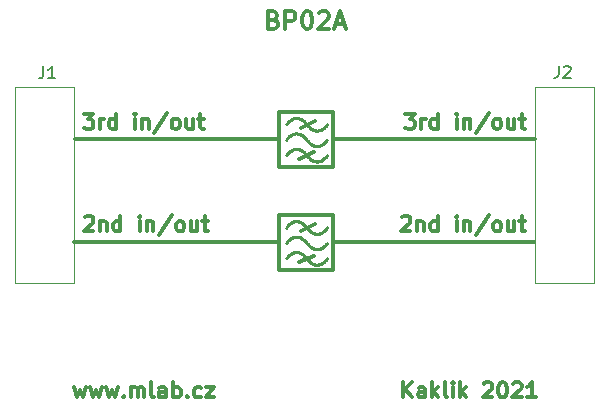
<source format=gbr>
%TF.GenerationSoftware,KiCad,Pcbnew,6.0.11+dfsg-1~bpo11+1*%
%TF.CreationDate,2023-07-05T12:36:45+00:00*%
%TF.ProjectId,BP02,42503032-2e6b-4696-9361-645f70636258,rev?*%
%TF.SameCoordinates,Original*%
%TF.FileFunction,Legend,Top*%
%TF.FilePolarity,Positive*%
%FSLAX46Y46*%
G04 Gerber Fmt 4.6, Leading zero omitted, Abs format (unit mm)*
G04 Created by KiCad (PCBNEW 6.0.11+dfsg-1~bpo11+1) date 2023-07-05 12:36:45*
%MOMM*%
%LPD*%
G01*
G04 APERTURE LIST*
%ADD10C,0.281999*%
%ADD11C,0.028222*%
%ADD12C,0.300000*%
%ADD13C,0.150000*%
%ADD14C,0.120000*%
G04 APERTURE END LIST*
D10*
X31070836Y23586932D02*
X31015176Y23613575D01*
X31126467Y13518662D02*
X31070836Y13540976D01*
D11*
X30658927Y25216600D02*
X30658927Y25216600D01*
D10*
X31403552Y16087875D02*
X31348338Y16088914D01*
X30017243Y24489912D02*
X30072927Y24458916D01*
X29794856Y25878964D02*
X29850365Y25865234D01*
X31513550Y22219200D02*
X31458629Y22211903D01*
D12*
X29909000Y22426000D02*
X31169000Y22976000D01*
D10*
X31293004Y22215047D02*
X31237569Y22224523D01*
X28776927Y22742888D02*
X28827760Y22805772D01*
X31126467Y23564618D02*
X31070836Y23586932D01*
X31945131Y23732579D02*
X31892109Y23692924D01*
X32205091Y15251759D02*
X32153846Y15192684D01*
X30737078Y15074989D02*
X30681625Y15128125D01*
X28930622Y15490843D02*
X28982615Y15542224D01*
X31677196Y22265779D02*
X31622851Y22246163D01*
X31568296Y16109740D02*
X31513550Y16098312D01*
X31070836Y16157688D02*
X31015176Y16184331D01*
X29684120Y17156085D02*
X29739435Y17150840D01*
X30792610Y25072287D02*
X30737078Y25120945D01*
X29247503Y25786329D02*
X29301341Y25814034D01*
X28878998Y22864847D02*
X28930622Y22920087D01*
X29193927Y23137903D02*
X29247503Y23169617D01*
X31568296Y22230628D02*
X31513550Y22219200D01*
X29355426Y15791752D02*
X29409740Y15811368D01*
X30792610Y23763931D02*
X30737078Y23812589D01*
X32255927Y15314644D02*
X32205091Y15251759D01*
D11*
X30658927Y15170644D02*
X30658927Y15170644D01*
D10*
X31015176Y24921931D02*
X30959505Y24952928D01*
X31403552Y14779519D02*
X31348338Y14780558D01*
X31403552Y24825475D02*
X31348338Y24826514D01*
X30626270Y23923363D02*
X30571032Y23985528D01*
X30461735Y15380360D02*
X30516927Y15313644D01*
X32050199Y25132020D02*
X31997833Y25084523D01*
X29247503Y17048729D02*
X29301341Y17076434D01*
X28878998Y16743959D02*
X28930622Y16799199D01*
X30681625Y22557369D02*
X30626270Y22615007D01*
X31293004Y23523403D02*
X31237569Y23532879D01*
X30626270Y22615007D02*
X30571032Y22677172D01*
X29301341Y17076434D02*
X29355426Y17100108D01*
X32205091Y13943403D02*
X32153846Y13884328D01*
X30848204Y16290481D02*
X30792610Y16334687D01*
X29409740Y17119724D02*
X29464264Y17135259D01*
D11*
X30658927Y16479000D02*
X30658927Y16479000D01*
D10*
X31731312Y24906165D02*
X31677196Y24882491D01*
X30626270Y25231719D02*
X30571032Y25293884D01*
X29573876Y25891584D02*
X29628927Y25894725D01*
X30128612Y23115185D02*
X30184279Y23075406D01*
X32102209Y13829088D02*
X32050199Y13777708D01*
X29140633Y15672963D02*
X29193927Y15708659D01*
X31513550Y14789956D02*
X31458629Y14782659D01*
X28776927Y14005288D02*
X28827760Y14068172D01*
X31785182Y24933871D02*
X31731312Y24906165D01*
X29409740Y25857324D02*
X29464264Y25872859D01*
X31348338Y23518158D02*
X31293004Y23523403D01*
X30406420Y25488480D02*
X30461735Y25426316D01*
X29794856Y23262252D02*
X29850365Y23248522D01*
X30295490Y25599254D02*
X30350999Y25546118D01*
X28878998Y25481559D02*
X28930622Y25536799D01*
X29961576Y25824911D02*
X30017243Y25798268D01*
X30903842Y14942347D02*
X30848204Y14982125D01*
X30350999Y16808518D02*
X30406420Y16750880D01*
X29247503Y24477973D02*
X29301341Y24505678D01*
X31513550Y16098312D02*
X31458629Y16091015D01*
X31622851Y24862875D02*
X31568296Y24847340D01*
X32153846Y23930284D02*
X32102209Y23875044D01*
X30295490Y14244942D02*
X30350999Y14191806D01*
X30017243Y23181556D02*
X30072927Y23150560D01*
X30017243Y25798268D02*
X30072927Y25767272D01*
X31458629Y13474303D02*
X31403552Y13471163D01*
X29140633Y25718919D02*
X29193927Y25754615D01*
X29850365Y15819278D02*
X29905944Y15801269D01*
X28827760Y22805772D02*
X28878998Y22864847D01*
X30737078Y25120945D02*
X30681625Y25174081D01*
X31838787Y13611272D02*
X31785182Y13579559D01*
X31458629Y24828615D02*
X31403552Y24825475D01*
X30959505Y16215328D02*
X30903842Y16250703D01*
X28827760Y15376528D02*
X28878998Y15435603D01*
X31126467Y24872974D02*
X31070836Y24895288D01*
X29794856Y15833008D02*
X29850365Y15819278D01*
X30571032Y16556284D02*
X30515927Y16623000D01*
X30626270Y13877407D02*
X30571032Y13939572D01*
X31677196Y24882491D02*
X31622851Y24862875D01*
X31126467Y22256262D02*
X31070836Y22278576D01*
X30184279Y23075406D02*
X30239911Y23031201D01*
X29034960Y23018964D02*
X29087638Y23062552D01*
X31677196Y16144891D02*
X31622851Y16125275D01*
X31070836Y13540976D02*
X31015176Y13567619D01*
X28982615Y22971468D02*
X29034960Y23018964D01*
X30072927Y17029672D02*
X30128612Y16994297D01*
X30737078Y16383345D02*
X30681625Y16436481D01*
X28878998Y15435603D02*
X28930622Y15490843D01*
X30239911Y24339557D02*
X30295490Y24290898D01*
X31568296Y14801384D02*
X31513550Y14789956D01*
X28982615Y14233868D02*
X29034960Y14281364D01*
X29034960Y25635676D02*
X29087638Y25679264D01*
X29247503Y23169617D02*
X29301341Y23197322D01*
D11*
X30658927Y23908244D02*
X30658927Y23908244D01*
D10*
X29140633Y14364607D02*
X29193927Y14400303D01*
X32102209Y16445800D02*
X32050199Y16394420D01*
X28827760Y16684884D02*
X28878998Y16743959D01*
X29905944Y17109625D02*
X29961576Y17087311D01*
X29140633Y16981319D02*
X29193927Y17017015D01*
X30184279Y14337806D02*
X30239911Y14293601D01*
X31892109Y25001280D02*
X31838787Y24965584D01*
X29087638Y16941664D02*
X29140633Y16981319D01*
X29355426Y23220996D02*
X29409740Y23240612D01*
X32102209Y25183400D02*
X32050199Y25132020D01*
X29628927Y23278013D02*
X29684120Y23276973D01*
X31997833Y23776167D02*
X31945131Y23732579D01*
X31892109Y23692924D02*
X31838787Y23657228D01*
X30350999Y22929406D02*
X30406420Y22871768D01*
X32153846Y22621928D02*
X32102209Y22566688D01*
X30681625Y13819769D02*
X30626270Y13877407D01*
X31182050Y14809009D02*
X31126467Y14827018D01*
X29034960Y14281364D02*
X29087638Y14324952D01*
X30903842Y13633991D02*
X30848204Y13673769D01*
X31997833Y16346923D02*
X31945131Y16303335D01*
X31945131Y13686623D02*
X31892109Y13646968D01*
D11*
X30658927Y22599888D02*
X30658927Y22599888D01*
D10*
X30128612Y25731897D02*
X30184279Y25692118D01*
X31731312Y13551853D02*
X31677196Y13528179D01*
X28776927Y16622000D02*
X28827760Y16684884D01*
X29464264Y15826903D02*
X29518982Y15838331D01*
X30461735Y24117960D02*
X30516927Y24051244D01*
X30017243Y14443956D02*
X30072927Y14412960D01*
X31785182Y14887915D02*
X31731312Y14860209D01*
X29961576Y23208199D02*
X30017243Y23181556D01*
X32153846Y15192684D02*
X32102209Y15137444D01*
X28878998Y14127247D02*
X28930622Y14182487D01*
X28776927Y25359600D02*
X28827760Y25422484D01*
X29140633Y23102207D02*
X29193927Y23137903D01*
X30626270Y16494119D02*
X30571032Y16556284D01*
X30737078Y23812589D02*
X30681625Y23865725D01*
X31838787Y14919628D02*
X31785182Y14887915D01*
X30128612Y24423541D02*
X30184279Y24383762D01*
X30350999Y14191806D02*
X30406420Y14134168D01*
X29573876Y23274872D02*
X29628927Y23278013D01*
X29628927Y24586369D02*
X29684120Y24585329D01*
X31513550Y23527556D02*
X31458629Y23520259D01*
X29193927Y15708659D02*
X29247503Y15740373D01*
X29518982Y14529975D02*
X29573876Y14537272D01*
X30792610Y13717975D02*
X30737078Y13766633D01*
X30350999Y24237762D02*
X30406420Y24180124D01*
X31568296Y13493028D02*
X31513550Y13481600D01*
X31731312Y14860209D02*
X31677196Y14836535D01*
X31293004Y13477447D02*
X31237569Y13486923D01*
X31070836Y14849332D02*
X31015176Y14875975D01*
X30072927Y15721316D02*
X30128612Y15685941D01*
X31348338Y24826514D02*
X31293004Y24831759D01*
X32153846Y13884328D02*
X32102209Y13829088D01*
D12*
X28168600Y15367000D02*
X10820400Y15367000D01*
D10*
X31568296Y24847340D02*
X31513550Y24835912D01*
X30128612Y15685941D02*
X30184279Y15646162D01*
X31622851Y14816919D02*
X31568296Y14801384D01*
X29850365Y24556878D02*
X29905944Y24538869D01*
X31237569Y24841235D02*
X31182050Y24854965D01*
X29850365Y25865234D02*
X29905944Y25847225D01*
X29573876Y14537272D02*
X29628927Y14540413D01*
X28878998Y24173203D02*
X28930622Y24228443D01*
X29628927Y14540413D02*
X29684120Y14539373D01*
X30406420Y16750880D02*
X30461735Y16688716D01*
X29140633Y24410563D02*
X29193927Y24446259D01*
X31403552Y22208763D02*
X31348338Y22209802D01*
X29628927Y15848769D02*
X29684120Y15847729D01*
X28982615Y24279824D02*
X29034960Y24327320D01*
X29961576Y15778955D02*
X30017243Y15752312D01*
X29518982Y17146687D02*
X29573876Y17153984D01*
X31403552Y23517119D02*
X31348338Y23518158D01*
X29193927Y14400303D02*
X29247503Y14432017D01*
X30184279Y24383762D02*
X30239911Y24339557D01*
X29794856Y14524652D02*
X29850365Y14510922D01*
X29464264Y23256147D02*
X29518982Y23267575D01*
X31622851Y16125275D02*
X31568296Y16109740D01*
X30239911Y23031201D02*
X30295490Y22982542D01*
X29684120Y14539373D02*
X29739435Y14534128D01*
X29301341Y14459722D02*
X29355426Y14483396D01*
X29301341Y15768078D02*
X29355426Y15791752D01*
X30406420Y14134168D02*
X30461735Y14072004D01*
X31997833Y25084523D02*
X31945131Y25040935D01*
X29087638Y24370908D02*
X29140633Y24410563D01*
X30681625Y16436481D02*
X30626270Y16494119D01*
X30295490Y22982542D02*
X30350999Y22929406D01*
X31182050Y13500653D02*
X31126467Y13518662D01*
X31458629Y23520259D02*
X31403552Y23517119D01*
X30128612Y16994297D02*
X30184279Y16954518D01*
X30017243Y15752312D02*
X30072927Y15721316D01*
X31293004Y16094159D02*
X31237569Y16103635D01*
X29193927Y17017015D02*
X29247503Y17048729D01*
X29355426Y24529352D02*
X29409740Y24548968D01*
X32153846Y16501040D02*
X32102209Y16445800D01*
X32205091Y23989359D02*
X32153846Y23930284D01*
X30848204Y22411369D02*
X30792610Y22455575D01*
X31622851Y22246163D02*
X31568296Y22230628D01*
D12*
X32791400Y15367000D02*
X49809400Y15367000D01*
D10*
X32050199Y15086064D02*
X31997833Y15038567D01*
X31015176Y23613575D02*
X30959505Y23644572D01*
X31838787Y16227984D02*
X31785182Y16196271D01*
X28930622Y22920087D02*
X28982615Y22971468D01*
X31513550Y24835912D02*
X31458629Y24828615D01*
X30239911Y25647913D02*
X30295490Y25599254D01*
D12*
X29909000Y13688400D02*
X31169000Y14238400D01*
D10*
X28982615Y15542224D02*
X29034960Y15589720D01*
X29518982Y25884287D02*
X29573876Y25891584D01*
X30959505Y23644572D02*
X30903842Y23679947D01*
X29961576Y17087311D02*
X30017243Y17060668D01*
X31731312Y22289453D02*
X31677196Y22265779D01*
X30571032Y15247928D02*
X30515927Y15314644D01*
X29301341Y25814034D02*
X29355426Y25837708D01*
X30406420Y15442524D02*
X30461735Y15380360D01*
X28776927Y24051244D02*
X28827760Y24114128D01*
X30295490Y15553298D02*
X30350999Y15500162D01*
X29905944Y23230513D02*
X29961576Y23208199D01*
X30184279Y16954518D02*
X30239911Y16910313D01*
X31677196Y14836535D02*
X31622851Y14816919D01*
X29905944Y15801269D02*
X29961576Y15778955D01*
X30903842Y16250703D02*
X30848204Y16290481D01*
X29628927Y25894725D02*
X29684120Y25893685D01*
X29739435Y24580084D02*
X29794856Y24570608D01*
X29905944Y14492913D02*
X29961576Y14470599D01*
X30461735Y14072004D02*
X30516927Y14005288D01*
X29409740Y14503012D02*
X29464264Y14518547D01*
X31892109Y16263680D02*
X31838787Y16227984D01*
X31997833Y13730211D02*
X31945131Y13686623D01*
X29794856Y24570608D02*
X29850365Y24556878D01*
X28827760Y25422484D02*
X28878998Y25481559D01*
X31237569Y16103635D02*
X31182050Y16117365D01*
X29684120Y24585329D02*
X29739435Y24580084D01*
X30681625Y23865725D02*
X30626270Y23923363D01*
X29850365Y14510922D02*
X29905944Y14492913D01*
X30295490Y16861654D02*
X30350999Y16808518D01*
X32205091Y22681003D02*
X32153846Y22621928D01*
X31838787Y24965584D02*
X31785182Y24933871D01*
X31348338Y13472202D02*
X31293004Y13477447D01*
X29087638Y14324952D02*
X29140633Y14364607D01*
X30128612Y14377585D02*
X30184279Y14337806D01*
X31070836Y22278576D02*
X31015176Y22305219D01*
X31182050Y23546609D02*
X31126467Y23564618D01*
X29464264Y17135259D02*
X29518982Y17146687D01*
X32050199Y23823664D02*
X31997833Y23776167D01*
X31015176Y16184331D02*
X30959505Y16215328D01*
D12*
X28168600Y24104600D02*
X10871200Y24104600D01*
D10*
X28982615Y25588180D02*
X29034960Y25635676D01*
X31731312Y23597809D02*
X31677196Y23574135D01*
X30571032Y23985528D02*
X30515927Y24052244D01*
X30848204Y23719725D02*
X30792610Y23763931D01*
X30350999Y25546118D02*
X30406420Y25488480D01*
X32050199Y13777708D02*
X31997833Y13730211D01*
X30848204Y25028081D02*
X30792610Y25072287D01*
X29087638Y23062552D02*
X29140633Y23102207D01*
X29464264Y24564503D02*
X29518982Y24575931D01*
X29409740Y24548968D02*
X29464264Y24564503D01*
X29739435Y25888440D02*
X29794856Y25878964D01*
X31015176Y14875975D02*
X30959505Y14906972D01*
X30239911Y16910313D02*
X30295490Y16861654D01*
X32255927Y14006288D02*
X32205091Y13943403D01*
X29573876Y24583228D02*
X29628927Y24586369D01*
X29684120Y23276973D02*
X29739435Y23271728D01*
X29355426Y14483396D02*
X29409740Y14503012D01*
X29794856Y17141364D02*
X29850365Y17127634D01*
X31785182Y13579559D02*
X31731312Y13551853D01*
X29850365Y17127634D02*
X29905944Y17109625D01*
X30792610Y15026331D02*
X30737078Y15074989D01*
X30848204Y14982125D02*
X30792610Y15026331D01*
X31997833Y15038567D02*
X31945131Y14994979D01*
X30184279Y25692118D02*
X30239911Y25647913D01*
X29193927Y25754615D02*
X29247503Y25786329D01*
X30406420Y24180124D02*
X30461735Y24117960D01*
X32255927Y24052244D02*
X32205091Y23989359D01*
X31622851Y13508563D02*
X31568296Y13493028D01*
X29247503Y14432017D02*
X29301341Y14459722D01*
X28982615Y16850580D02*
X29034960Y16898076D01*
X29961576Y14470599D02*
X30017243Y14443956D01*
X32050199Y16394420D02*
X31997833Y16346923D01*
X29518982Y15838331D02*
X29573876Y15845628D01*
X31348338Y16088914D02*
X31293004Y16094159D01*
X31677196Y13528179D02*
X31622851Y13508563D01*
X32102209Y22566688D02*
X32050199Y22515308D01*
X30072927Y14412960D02*
X30128612Y14377585D01*
X30239911Y15601957D02*
X30295490Y15553298D01*
D12*
X28168600Y26441400D02*
X32791400Y26441400D01*
X32791400Y26441400D02*
X32791400Y21767800D01*
X32791400Y21767800D02*
X28168600Y21767800D01*
X28168600Y21767800D02*
X28168600Y26441400D01*
D10*
X32153846Y25238640D02*
X32102209Y25183400D01*
X30903842Y23679947D02*
X30848204Y23719725D01*
X31892109Y14955324D02*
X31838787Y14919628D01*
X29628927Y17157125D02*
X29684120Y17156085D01*
X32205091Y25297715D02*
X32153846Y25238640D01*
X30737078Y13766633D02*
X30681625Y13819769D01*
X30072927Y25767272D02*
X30128612Y25731897D01*
X29573876Y15845628D02*
X29628927Y15848769D01*
X29739435Y15842484D02*
X29794856Y15833008D01*
X31785182Y23625515D02*
X31731312Y23597809D01*
X29518982Y23267575D02*
X29573876Y23274872D01*
X29087638Y25679264D02*
X29140633Y25718919D01*
X30681625Y25174081D02*
X30626270Y25231719D01*
X30072927Y23150560D02*
X30128612Y23115185D01*
X29905944Y25847225D02*
X29961576Y25824911D01*
X31182050Y24854965D02*
X31126467Y24872974D01*
X31015176Y22305219D02*
X30959505Y22336216D01*
X31126467Y16135374D02*
X31070836Y16157688D01*
X31945131Y16303335D02*
X31892109Y16263680D01*
X29301341Y23197322D02*
X29355426Y23220996D01*
X29464264Y14518547D02*
X29518982Y14529975D01*
X32050199Y22515308D02*
X31997833Y22467811D01*
X31237569Y13486923D02*
X31182050Y13500653D01*
X32255927Y22743888D02*
X32205091Y22681003D01*
X29247503Y15740373D02*
X29301341Y15768078D01*
X29034960Y24327320D02*
X29087638Y24370908D01*
X30406420Y22871768D02*
X30461735Y22809604D01*
X31892109Y13646968D02*
X31838787Y13611272D01*
X29739435Y17150840D02*
X29794856Y17141364D01*
X30461735Y25426316D02*
X30516927Y25359600D01*
X31458629Y22211903D02*
X31403552Y22208763D01*
X31237569Y23532879D02*
X31182050Y23546609D01*
X29464264Y25872859D02*
X29518982Y25884287D01*
X30959505Y22336216D02*
X30903842Y22371591D01*
X30681625Y15128125D02*
X30626270Y15185763D01*
X29739435Y23271728D02*
X29794856Y23262252D01*
X31513550Y13481600D02*
X31458629Y13474303D01*
D12*
X30010600Y16330000D02*
X31270600Y16880000D01*
D10*
X30626270Y15185763D02*
X30571032Y15247928D01*
X30295490Y24290898D02*
X30350999Y24237762D01*
X28930622Y16799199D02*
X28982615Y16850580D01*
X31348338Y22209802D02*
X31293004Y22215047D01*
X29409740Y15811368D02*
X29464264Y15826903D01*
X29961576Y24516555D02*
X30017243Y24489912D01*
X30350999Y15500162D02*
X30406420Y15442524D01*
X31293004Y24831759D02*
X31237569Y24841235D01*
X31785182Y16196271D02*
X31731312Y16168565D01*
X29573876Y17153984D02*
X29628927Y17157125D01*
X29850365Y23248522D02*
X29905944Y23230513D01*
X30959505Y14906972D02*
X30903842Y14942347D01*
X30903842Y24988303D02*
X30848204Y25028081D01*
X31458629Y14782659D02*
X31403552Y14779519D01*
X31458629Y16091015D02*
X31403552Y16087875D01*
X31348338Y14780558D02*
X31293004Y14785803D01*
X32205091Y16560115D02*
X32153846Y16501040D01*
X31070836Y24895288D02*
X31015176Y24921931D01*
X29087638Y15633308D02*
X29140633Y15672963D01*
X30848204Y13673769D02*
X30792610Y13717975D01*
X29355426Y17100108D02*
X29409740Y17119724D01*
X31126467Y14827018D02*
X31070836Y14849332D01*
X28776927Y15313644D02*
X28827760Y15376528D01*
D11*
X30658927Y13862288D02*
X30658927Y13862288D01*
D10*
X28827760Y24114128D02*
X28878998Y24173203D01*
X31182050Y16117365D02*
X31126467Y16135374D01*
X30239911Y14293601D02*
X30295490Y14244942D01*
X28930622Y14182487D02*
X28982615Y14233868D01*
X31838787Y22348872D02*
X31785182Y22317159D01*
X31293004Y14785803D02*
X31237569Y14795279D01*
X31997833Y22467811D02*
X31945131Y22424223D01*
X30017243Y17060668D02*
X30072927Y17029672D01*
X29034960Y16898076D02*
X29087638Y16941664D01*
X32102209Y23875044D02*
X32050199Y23823664D01*
X30903842Y22371591D02*
X30848204Y22411369D01*
X30072927Y24458916D02*
X30128612Y24423541D01*
X29193927Y24446259D02*
X29247503Y24477973D01*
X32255927Y16623000D02*
X32205091Y16560115D01*
X31237569Y22224523D02*
X31182050Y22238253D01*
X28930622Y25536799D02*
X28982615Y25588180D01*
X31838787Y23657228D02*
X31785182Y23625515D01*
X31892109Y22384568D02*
X31838787Y22348872D01*
X29684120Y25893685D02*
X29739435Y25888440D01*
X29684120Y15847729D02*
X29739435Y15842484D01*
X30792610Y22455575D02*
X30737078Y22504233D01*
X31945131Y22424223D02*
X31892109Y22384568D01*
X29905944Y24538869D02*
X29961576Y24516555D01*
X31182050Y22238253D02*
X31126467Y22256262D01*
X31945131Y14994979D02*
X31892109Y14955324D01*
X32102209Y15137444D02*
X32050199Y15086064D01*
X31945131Y25040935D02*
X31892109Y25001280D01*
D12*
X28168600Y17703800D02*
X32791400Y17703800D01*
X32791400Y17703800D02*
X32791400Y13030200D01*
X32791400Y13030200D02*
X28168600Y13030200D01*
X28168600Y13030200D02*
X28168600Y17703800D01*
D10*
X29301341Y24505678D02*
X29355426Y24529352D01*
D13*
X10820400Y15367000D02*
X10845800Y15367000D01*
D10*
X31731312Y16168565D02*
X31677196Y16144891D01*
X31785182Y22317159D02*
X31731312Y22289453D01*
X31568296Y23538984D02*
X31513550Y23527556D01*
X30959505Y13598616D02*
X30903842Y13633991D01*
X29409740Y23240612D02*
X29464264Y23256147D01*
X30461735Y16688716D02*
X30516927Y16622000D01*
X30184279Y15646162D02*
X30239911Y15601957D01*
X30571032Y22677172D02*
X30515927Y22743888D01*
X30571032Y25293884D02*
X30515927Y25360600D01*
X30461735Y22809604D02*
X30516927Y22742888D01*
X29739435Y14534128D02*
X29794856Y14524652D01*
X32255927Y25360600D02*
X32205091Y25297715D01*
X30737078Y22504233D02*
X30681625Y22557369D01*
X28827760Y14068172D02*
X28878998Y14127247D01*
D12*
X32791400Y24104600D02*
X49834800Y24104600D01*
D10*
X28930622Y24228443D02*
X28982615Y24279824D01*
X31622851Y23554519D02*
X31568296Y23538984D01*
D12*
X30010600Y25067600D02*
X31270600Y25617600D01*
D10*
X29034960Y15589720D02*
X29087638Y15633308D01*
X29355426Y25837708D02*
X29409740Y25857324D01*
X29518982Y24575931D02*
X29573876Y24583228D01*
X31015176Y13567619D02*
X30959505Y13598616D01*
X30571032Y13939572D02*
X30515927Y14006288D01*
X30792610Y16334687D02*
X30737078Y16383345D01*
X30959505Y24952928D02*
X30903842Y24988303D01*
X31677196Y23574135D02*
X31622851Y23554519D01*
X31403552Y13471163D02*
X31348338Y13472202D01*
X31237569Y14795279D02*
X31182050Y14809009D01*
D12*
X38879275Y26264304D02*
X39684037Y26264304D01*
X39250704Y25769066D01*
X39436418Y25769066D01*
X39560228Y25707161D01*
X39622133Y25645257D01*
X39684037Y25521447D01*
X39684037Y25211923D01*
X39622133Y25088114D01*
X39560228Y25026209D01*
X39436418Y24964304D01*
X39064990Y24964304D01*
X38941180Y25026209D01*
X38879275Y25088114D01*
X40241180Y24964304D02*
X40241180Y25830971D01*
X40241180Y25583352D02*
X40303085Y25707161D01*
X40364990Y25769066D01*
X40488799Y25830971D01*
X40612609Y25830971D01*
X41603085Y24964304D02*
X41603085Y26264304D01*
X41603085Y25026209D02*
X41479275Y24964304D01*
X41231656Y24964304D01*
X41107847Y25026209D01*
X41045942Y25088114D01*
X40984037Y25211923D01*
X40984037Y25583352D01*
X41045942Y25707161D01*
X41107847Y25769066D01*
X41231656Y25830971D01*
X41479275Y25830971D01*
X41603085Y25769066D01*
X43212609Y24964304D02*
X43212609Y25830971D01*
X43212609Y26264304D02*
X43150704Y26202400D01*
X43212609Y26140495D01*
X43274514Y26202400D01*
X43212609Y26264304D01*
X43212609Y26140495D01*
X43831656Y25830971D02*
X43831656Y24964304D01*
X43831656Y25707161D02*
X43893561Y25769066D01*
X44017371Y25830971D01*
X44203085Y25830971D01*
X44326894Y25769066D01*
X44388799Y25645257D01*
X44388799Y24964304D01*
X45936418Y26326209D02*
X44822133Y24654780D01*
X46555466Y24964304D02*
X46431656Y25026209D01*
X46369752Y25088114D01*
X46307847Y25211923D01*
X46307847Y25583352D01*
X46369752Y25707161D01*
X46431656Y25769066D01*
X46555466Y25830971D01*
X46741180Y25830971D01*
X46864990Y25769066D01*
X46926894Y25707161D01*
X46988799Y25583352D01*
X46988799Y25211923D01*
X46926894Y25088114D01*
X46864990Y25026209D01*
X46741180Y24964304D01*
X46555466Y24964304D01*
X48103085Y25830971D02*
X48103085Y24964304D01*
X47545942Y25830971D02*
X47545942Y25150019D01*
X47607847Y25026209D01*
X47731656Y24964304D01*
X47917371Y24964304D01*
X48041180Y25026209D01*
X48103085Y25088114D01*
X48536418Y25830971D02*
X49031656Y25830971D01*
X48722133Y26264304D02*
X48722133Y25150019D01*
X48784037Y25026209D01*
X48907847Y24964304D01*
X49031656Y24964304D01*
X11667961Y26264304D02*
X12472723Y26264304D01*
X12039390Y25769066D01*
X12225104Y25769066D01*
X12348914Y25707161D01*
X12410819Y25645257D01*
X12472723Y25521447D01*
X12472723Y25211923D01*
X12410819Y25088114D01*
X12348914Y25026209D01*
X12225104Y24964304D01*
X11853676Y24964304D01*
X11729866Y25026209D01*
X11667961Y25088114D01*
X13029866Y24964304D02*
X13029866Y25830971D01*
X13029866Y25583352D02*
X13091771Y25707161D01*
X13153676Y25769066D01*
X13277485Y25830971D01*
X13401295Y25830971D01*
X14391771Y24964304D02*
X14391771Y26264304D01*
X14391771Y25026209D02*
X14267961Y24964304D01*
X14020342Y24964304D01*
X13896533Y25026209D01*
X13834628Y25088114D01*
X13772723Y25211923D01*
X13772723Y25583352D01*
X13834628Y25707161D01*
X13896533Y25769066D01*
X14020342Y25830971D01*
X14267961Y25830971D01*
X14391771Y25769066D01*
X16001295Y24964304D02*
X16001295Y25830971D01*
X16001295Y26264304D02*
X15939390Y26202400D01*
X16001295Y26140495D01*
X16063200Y26202400D01*
X16001295Y26264304D01*
X16001295Y26140495D01*
X16620342Y25830971D02*
X16620342Y24964304D01*
X16620342Y25707161D02*
X16682247Y25769066D01*
X16806057Y25830971D01*
X16991771Y25830971D01*
X17115580Y25769066D01*
X17177485Y25645257D01*
X17177485Y24964304D01*
X18725104Y26326209D02*
X17610819Y24654780D01*
X19344152Y24964304D02*
X19220342Y25026209D01*
X19158438Y25088114D01*
X19096533Y25211923D01*
X19096533Y25583352D01*
X19158438Y25707161D01*
X19220342Y25769066D01*
X19344152Y25830971D01*
X19529866Y25830971D01*
X19653676Y25769066D01*
X19715580Y25707161D01*
X19777485Y25583352D01*
X19777485Y25211923D01*
X19715580Y25088114D01*
X19653676Y25026209D01*
X19529866Y24964304D01*
X19344152Y24964304D01*
X20891771Y25830971D02*
X20891771Y24964304D01*
X20334628Y25830971D02*
X20334628Y25150019D01*
X20396533Y25026209D01*
X20520342Y24964304D01*
X20706057Y24964304D01*
X20829866Y25026209D01*
X20891771Y25088114D01*
X21325104Y25830971D02*
X21820342Y25830971D01*
X21510819Y26264304D02*
X21510819Y25150019D01*
X21572723Y25026209D01*
X21696533Y24964304D01*
X21820342Y24964304D01*
X38569752Y17479095D02*
X38631657Y17541000D01*
X38755466Y17602904D01*
X39064990Y17602904D01*
X39188800Y17541000D01*
X39250704Y17479095D01*
X39312609Y17355285D01*
X39312609Y17231476D01*
X39250704Y17045761D01*
X38507847Y16302904D01*
X39312609Y16302904D01*
X39869752Y17169571D02*
X39869752Y16302904D01*
X39869752Y17045761D02*
X39931657Y17107666D01*
X40055466Y17169571D01*
X40241180Y17169571D01*
X40364990Y17107666D01*
X40426895Y16983857D01*
X40426895Y16302904D01*
X41603085Y16302904D02*
X41603085Y17602904D01*
X41603085Y16364809D02*
X41479276Y16302904D01*
X41231657Y16302904D01*
X41107847Y16364809D01*
X41045942Y16426714D01*
X40984038Y16550523D01*
X40984038Y16921952D01*
X41045942Y17045761D01*
X41107847Y17107666D01*
X41231657Y17169571D01*
X41479276Y17169571D01*
X41603085Y17107666D01*
X43212609Y16302904D02*
X43212609Y17169571D01*
X43212609Y17602904D02*
X43150704Y17541000D01*
X43212609Y17479095D01*
X43274514Y17541000D01*
X43212609Y17602904D01*
X43212609Y17479095D01*
X43831657Y17169571D02*
X43831657Y16302904D01*
X43831657Y17045761D02*
X43893561Y17107666D01*
X44017371Y17169571D01*
X44203085Y17169571D01*
X44326895Y17107666D01*
X44388800Y16983857D01*
X44388800Y16302904D01*
X45936419Y17664809D02*
X44822133Y15993380D01*
X46555466Y16302904D02*
X46431657Y16364809D01*
X46369752Y16426714D01*
X46307847Y16550523D01*
X46307847Y16921952D01*
X46369752Y17045761D01*
X46431657Y17107666D01*
X46555466Y17169571D01*
X46741180Y17169571D01*
X46864990Y17107666D01*
X46926895Y17045761D01*
X46988800Y16921952D01*
X46988800Y16550523D01*
X46926895Y16426714D01*
X46864990Y16364809D01*
X46741180Y16302904D01*
X46555466Y16302904D01*
X48103085Y17169571D02*
X48103085Y16302904D01*
X47545942Y17169571D02*
X47545942Y16488619D01*
X47607847Y16364809D01*
X47731657Y16302904D01*
X47917371Y16302904D01*
X48041180Y16364809D01*
X48103085Y16426714D01*
X48536419Y17169571D02*
X49031657Y17169571D01*
X48722133Y17602904D02*
X48722133Y16488619D01*
X48784038Y16364809D01*
X48907847Y16302904D01*
X49031657Y16302904D01*
X11729866Y17479095D02*
X11791771Y17541000D01*
X11915580Y17602904D01*
X12225104Y17602904D01*
X12348913Y17541000D01*
X12410818Y17479095D01*
X12472723Y17355285D01*
X12472723Y17231476D01*
X12410818Y17045761D01*
X11667961Y16302904D01*
X12472723Y16302904D01*
X13029866Y17169571D02*
X13029866Y16302904D01*
X13029866Y17045761D02*
X13091771Y17107666D01*
X13215580Y17169571D01*
X13401294Y17169571D01*
X13525104Y17107666D01*
X13587009Y16983857D01*
X13587009Y16302904D01*
X14763199Y16302904D02*
X14763199Y17602904D01*
X14763199Y16364809D02*
X14639390Y16302904D01*
X14391771Y16302904D01*
X14267961Y16364809D01*
X14206056Y16426714D01*
X14144152Y16550523D01*
X14144152Y16921952D01*
X14206056Y17045761D01*
X14267961Y17107666D01*
X14391771Y17169571D01*
X14639390Y17169571D01*
X14763199Y17107666D01*
X16372723Y16302904D02*
X16372723Y17169571D01*
X16372723Y17602904D02*
X16310818Y17541000D01*
X16372723Y17479095D01*
X16434628Y17541000D01*
X16372723Y17602904D01*
X16372723Y17479095D01*
X16991771Y17169571D02*
X16991771Y16302904D01*
X16991771Y17045761D02*
X17053675Y17107666D01*
X17177485Y17169571D01*
X17363199Y17169571D01*
X17487009Y17107666D01*
X17548914Y16983857D01*
X17548914Y16302904D01*
X19096533Y17664809D02*
X17982247Y15993380D01*
X19715580Y16302904D02*
X19591771Y16364809D01*
X19529866Y16426714D01*
X19467961Y16550523D01*
X19467961Y16921952D01*
X19529866Y17045761D01*
X19591771Y17107666D01*
X19715580Y17169571D01*
X19901294Y17169571D01*
X20025104Y17107666D01*
X20087009Y17045761D01*
X20148914Y16921952D01*
X20148914Y16550523D01*
X20087009Y16426714D01*
X20025104Y16364809D01*
X19901294Y16302904D01*
X19715580Y16302904D01*
X21263199Y17169571D02*
X21263199Y16302904D01*
X20706056Y17169571D02*
X20706056Y16488619D01*
X20767961Y16364809D01*
X20891771Y16302904D01*
X21077485Y16302904D01*
X21201294Y16364809D01*
X21263199Y16426714D01*
X21696533Y17169571D02*
X22191771Y17169571D01*
X21882247Y17602904D02*
X21882247Y16488619D01*
X21944152Y16364809D01*
X22067961Y16302904D01*
X22191771Y16302904D01*
X10821142Y3097971D02*
X11068761Y2231304D01*
X11316380Y2850352D01*
X11564000Y2231304D01*
X11811619Y3097971D01*
X12183047Y3097971D02*
X12430666Y2231304D01*
X12678285Y2850352D01*
X12925904Y2231304D01*
X13173523Y3097971D01*
X13544952Y3097971D02*
X13792571Y2231304D01*
X14040190Y2850352D01*
X14287809Y2231304D01*
X14535428Y3097971D01*
X15030666Y2355114D02*
X15092571Y2293209D01*
X15030666Y2231304D01*
X14968761Y2293209D01*
X15030666Y2355114D01*
X15030666Y2231304D01*
X15649714Y2231304D02*
X15649714Y3097971D01*
X15649714Y2974161D02*
X15711619Y3036066D01*
X15835428Y3097971D01*
X16021142Y3097971D01*
X16144952Y3036066D01*
X16206857Y2912257D01*
X16206857Y2231304D01*
X16206857Y2912257D02*
X16268761Y3036066D01*
X16392571Y3097971D01*
X16578285Y3097971D01*
X16702095Y3036066D01*
X16763999Y2912257D01*
X16763999Y2231304D01*
X17568761Y2231304D02*
X17444952Y2293209D01*
X17383047Y2417019D01*
X17383047Y3531304D01*
X18621142Y2231304D02*
X18621142Y2912257D01*
X18559238Y3036066D01*
X18435428Y3097971D01*
X18187809Y3097971D01*
X18064000Y3036066D01*
X18621142Y2293209D02*
X18497333Y2231304D01*
X18187809Y2231304D01*
X18064000Y2293209D01*
X18002095Y2417019D01*
X18002095Y2540828D01*
X18064000Y2664638D01*
X18187809Y2726542D01*
X18497333Y2726542D01*
X18621142Y2788447D01*
X19240190Y2231304D02*
X19240190Y3531304D01*
X19240190Y3036066D02*
X19364000Y3097971D01*
X19611619Y3097971D01*
X19735428Y3036066D01*
X19797333Y2974161D01*
X19859238Y2850352D01*
X19859238Y2478923D01*
X19797333Y2355114D01*
X19735428Y2293209D01*
X19611619Y2231304D01*
X19364000Y2231304D01*
X19240190Y2293209D01*
X20416380Y2355114D02*
X20478285Y2293209D01*
X20416380Y2231304D01*
X20354476Y2293209D01*
X20416380Y2355114D01*
X20416380Y2231304D01*
X21592571Y2293209D02*
X21468761Y2231304D01*
X21221142Y2231304D01*
X21097333Y2293209D01*
X21035428Y2355114D01*
X20973523Y2478923D01*
X20973523Y2850352D01*
X21035428Y2974161D01*
X21097333Y3036066D01*
X21221142Y3097971D01*
X21468761Y3097971D01*
X21592571Y3036066D01*
X22025904Y3097971D02*
X22706857Y3097971D01*
X22025904Y2231304D01*
X22706857Y2231304D01*
X27714914Y34219342D02*
X27929200Y34147914D01*
X28000628Y34076485D01*
X28072057Y33933628D01*
X28072057Y33719342D01*
X28000628Y33576485D01*
X27929200Y33505057D01*
X27786342Y33433628D01*
X27214914Y33433628D01*
X27214914Y34933628D01*
X27714914Y34933628D01*
X27857771Y34862200D01*
X27929200Y34790771D01*
X28000628Y34647914D01*
X28000628Y34505057D01*
X27929200Y34362200D01*
X27857771Y34290771D01*
X27714914Y34219342D01*
X27214914Y34219342D01*
X28714914Y33433628D02*
X28714914Y34933628D01*
X29286342Y34933628D01*
X29429200Y34862200D01*
X29500628Y34790771D01*
X29572057Y34647914D01*
X29572057Y34433628D01*
X29500628Y34290771D01*
X29429200Y34219342D01*
X29286342Y34147914D01*
X28714914Y34147914D01*
X30500628Y34933628D02*
X30643485Y34933628D01*
X30786342Y34862200D01*
X30857771Y34790771D01*
X30929200Y34647914D01*
X31000628Y34362200D01*
X31000628Y34005057D01*
X30929200Y33719342D01*
X30857771Y33576485D01*
X30786342Y33505057D01*
X30643485Y33433628D01*
X30500628Y33433628D01*
X30357771Y33505057D01*
X30286342Y33576485D01*
X30214914Y33719342D01*
X30143485Y34005057D01*
X30143485Y34362200D01*
X30214914Y34647914D01*
X30286342Y34790771D01*
X30357771Y34862200D01*
X30500628Y34933628D01*
X31572057Y34790771D02*
X31643485Y34862200D01*
X31786342Y34933628D01*
X32143485Y34933628D01*
X32286342Y34862200D01*
X32357771Y34790771D01*
X32429200Y34647914D01*
X32429200Y34505057D01*
X32357771Y34290771D01*
X31500628Y33433628D01*
X32429200Y33433628D01*
X33000628Y33862200D02*
X33714914Y33862200D01*
X32857771Y33433628D02*
X33357771Y34933628D01*
X33857771Y33433628D01*
X38695219Y2231304D02*
X38695219Y3531304D01*
X39438076Y2231304D02*
X38880933Y2974161D01*
X39438076Y3531304D02*
X38695219Y2788447D01*
X40552361Y2231304D02*
X40552361Y2912257D01*
X40490457Y3036066D01*
X40366647Y3097971D01*
X40119028Y3097971D01*
X39995219Y3036066D01*
X40552361Y2293209D02*
X40428552Y2231304D01*
X40119028Y2231304D01*
X39995219Y2293209D01*
X39933314Y2417019D01*
X39933314Y2540828D01*
X39995219Y2664638D01*
X40119028Y2726542D01*
X40428552Y2726542D01*
X40552361Y2788447D01*
X41171409Y2231304D02*
X41171409Y3531304D01*
X41295219Y2726542D02*
X41666647Y2231304D01*
X41666647Y3097971D02*
X41171409Y2602733D01*
X42409504Y2231304D02*
X42285695Y2293209D01*
X42223790Y2417019D01*
X42223790Y3531304D01*
X42904742Y2231304D02*
X42904742Y3097971D01*
X42904742Y3531304D02*
X42842838Y3469400D01*
X42904742Y3407495D01*
X42966647Y3469400D01*
X42904742Y3531304D01*
X42904742Y3407495D01*
X43523790Y2231304D02*
X43523790Y3531304D01*
X43647600Y2726542D02*
X44019028Y2231304D01*
X44019028Y3097971D02*
X43523790Y2602733D01*
X45504742Y3407495D02*
X45566647Y3469400D01*
X45690457Y3531304D01*
X45999980Y3531304D01*
X46123790Y3469400D01*
X46185695Y3407495D01*
X46247600Y3283685D01*
X46247600Y3159876D01*
X46185695Y2974161D01*
X45442838Y2231304D01*
X46247600Y2231304D01*
X47052361Y3531304D02*
X47176171Y3531304D01*
X47299980Y3469400D01*
X47361885Y3407495D01*
X47423790Y3283685D01*
X47485695Y3036066D01*
X47485695Y2726542D01*
X47423790Y2478923D01*
X47361885Y2355114D01*
X47299980Y2293209D01*
X47176171Y2231304D01*
X47052361Y2231304D01*
X46928552Y2293209D01*
X46866647Y2355114D01*
X46804742Y2478923D01*
X46742838Y2726542D01*
X46742838Y3036066D01*
X46804742Y3283685D01*
X46866647Y3407495D01*
X46928552Y3469400D01*
X47052361Y3531304D01*
X47980933Y3407495D02*
X48042838Y3469400D01*
X48166647Y3531304D01*
X48476171Y3531304D01*
X48599980Y3469400D01*
X48661885Y3407495D01*
X48723790Y3283685D01*
X48723790Y3159876D01*
X48661885Y2974161D01*
X47919028Y2231304D01*
X48723790Y2231304D01*
X49961885Y2231304D02*
X49219028Y2231304D01*
X49590457Y2231304D02*
X49590457Y3531304D01*
X49466647Y3345590D01*
X49342838Y3221780D01*
X49219028Y3159876D01*
D13*
%TO.C,J1*%
X8226466Y30265619D02*
X8226466Y29551333D01*
X8178847Y29408476D01*
X8083609Y29313238D01*
X7940752Y29265619D01*
X7845514Y29265619D01*
X9226466Y29265619D02*
X8655038Y29265619D01*
X8940752Y29265619D02*
X8940752Y30265619D01*
X8845514Y30122761D01*
X8750276Y30027523D01*
X8655038Y29979904D01*
%TO.C,J2*%
X51863666Y30291019D02*
X51863666Y29576733D01*
X51816047Y29433876D01*
X51720809Y29338638D01*
X51577952Y29291019D01*
X51482714Y29291019D01*
X52292238Y30195780D02*
X52339857Y30243400D01*
X52435095Y30291019D01*
X52673190Y30291019D01*
X52768428Y30243400D01*
X52816047Y30195780D01*
X52863666Y30100542D01*
X52863666Y30005304D01*
X52816047Y29862447D01*
X52244619Y29291019D01*
X52863666Y29291019D01*
D14*
%TO.C,J1*%
X5849000Y28520000D02*
X10849000Y28520000D01*
X10849000Y28520000D02*
X10849000Y11920000D01*
X10849000Y11920000D02*
X5849000Y11920000D01*
X5849000Y11920000D02*
X5849000Y28520000D01*
%TO.C,J2*%
X54824000Y11920000D02*
X49824000Y11920000D01*
X49824000Y28520000D02*
X54824000Y28520000D01*
X54824000Y28520000D02*
X54824000Y11920000D01*
X49824000Y11920000D02*
X49824000Y28520000D01*
%TD*%
M02*

</source>
